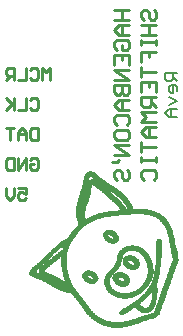
<source format=gbo>
%FSLAX25Y25*%
%MOIN*%
G70*
G01*
G75*
G04 Layer_Color=32896*
%ADD10R,0.05315X0.04528*%
%ADD11R,0.03150X0.05906*%
%ADD12R,0.03937X0.03937*%
%ADD13R,0.03543X0.03937*%
%ADD14R,0.03150X0.01181*%
%ADD15R,0.07000X0.08500*%
%ADD16R,0.03937X0.03543*%
%ADD17R,0.03740X0.07480*%
%ADD18R,0.26772X0.27165*%
%ADD19R,0.03937X0.03937*%
%ADD20R,0.09449X0.12992*%
%ADD21R,0.09449X0.03937*%
%ADD22O,0.08268X0.02362*%
%ADD23R,0.06693X0.04134*%
%ADD24R,0.02165X0.04134*%
%ADD25R,0.01575X0.04921*%
%ADD26R,0.04528X0.05315*%
%ADD27C,0.01000*%
%ADD28C,0.01200*%
%ADD29C,0.01500*%
%ADD30C,0.03000*%
%ADD31C,0.02500*%
%ADD32C,0.02000*%
%ADD33C,0.07000*%
%ADD34C,0.21000*%
%ADD35C,0.11811*%
%ADD36C,0.15748*%
%ADD37C,0.03000*%
%ADD38C,0.06000*%
%ADD39R,0.06115X0.05328*%
%ADD40R,0.03950X0.06706*%
%ADD41R,0.04537X0.04537*%
%ADD42R,0.04343X0.04737*%
%ADD43R,0.03950X0.01981*%
%ADD44R,0.07800X0.09300*%
%ADD45R,0.04737X0.04343*%
%ADD46R,0.04540X0.08280*%
%ADD47R,0.27572X0.27965*%
%ADD48R,0.04537X0.04537*%
%ADD49R,0.10249X0.13792*%
%ADD50R,0.10249X0.04737*%
%ADD51O,0.09068X0.03162*%
%ADD52R,0.07493X0.04934*%
%ADD53R,0.02965X0.04934*%
%ADD54R,0.02375X0.05721*%
%ADD55R,0.05328X0.06115*%
%ADD56C,0.07600*%
%ADD57C,0.21800*%
%ADD58C,0.12611*%
%ADD59C,0.16548*%
%ADD60C,0.00800*%
G36*
X28709Y52556D02*
X28980D01*
Y52421D01*
X29251D01*
Y52285D01*
X29522D01*
Y52150D01*
X29657D01*
Y52015D01*
X29928D01*
Y51879D01*
X30064D01*
Y51744D01*
X30199D01*
Y51608D01*
X30335D01*
Y51473D01*
X30470D01*
Y51337D01*
X30606D01*
Y51202D01*
X30741D01*
Y51066D01*
X30877D01*
Y50931D01*
X31148D01*
Y50795D01*
X31283D01*
Y50660D01*
X31418D01*
Y50524D01*
X31554D01*
Y50389D01*
X31689D01*
Y50254D01*
X31960D01*
Y50118D01*
X32096D01*
Y49983D01*
X32367D01*
Y49847D01*
X32502D01*
Y49712D01*
X32773D01*
Y49576D01*
X32908D01*
Y49441D01*
X33179D01*
Y49305D01*
X33315D01*
Y49170D01*
X33586D01*
Y49035D01*
X33721D01*
Y48899D01*
X33992D01*
Y48763D01*
X34128D01*
Y48628D01*
X34398D01*
Y48493D01*
X34670D01*
Y48357D01*
X34805D01*
Y48222D01*
X35076D01*
Y48086D01*
X35211D01*
Y47951D01*
X35482D01*
Y47815D01*
X35618D01*
Y47680D01*
X35889D01*
Y47544D01*
X36024D01*
Y47409D01*
X36160D01*
Y47273D01*
X36430D01*
Y47138D01*
X36566D01*
Y47003D01*
X36837D01*
Y46867D01*
X36972D01*
Y46732D01*
X37108D01*
Y46596D01*
X37379D01*
Y46461D01*
X37514D01*
Y46325D01*
X37650D01*
Y46190D01*
X37920D01*
Y46054D01*
X38056D01*
Y45919D01*
X38191D01*
Y45783D01*
X38327D01*
Y45648D01*
X38598D01*
Y45513D01*
X38733D01*
Y45377D01*
X38869D01*
Y45242D01*
X39004D01*
Y45106D01*
X39140D01*
Y44971D01*
X39275D01*
Y44835D01*
X39411D01*
Y44700D01*
X39546D01*
Y44564D01*
X39682D01*
Y44429D01*
X39817D01*
Y44293D01*
X39952D01*
Y44158D01*
X40088D01*
Y44022D01*
X40223D01*
Y43887D01*
X40359D01*
Y43616D01*
X40494D01*
Y43481D01*
X40630D01*
Y43345D01*
X40765D01*
Y43210D01*
X40901D01*
Y42939D01*
X41036D01*
Y42803D01*
X41172D01*
Y42532D01*
X41307D01*
Y42397D01*
X41442D01*
Y42126D01*
X41578D01*
Y41991D01*
X41713D01*
Y41720D01*
X41849D01*
Y41449D01*
X41984D01*
Y41178D01*
X42120D01*
Y40907D01*
X42255D01*
Y40636D01*
X42391D01*
Y40230D01*
X42526D01*
Y40094D01*
X46319D01*
Y39959D01*
X47267D01*
Y39823D01*
X47945D01*
Y39688D01*
X48486D01*
Y39552D01*
X49028D01*
Y39417D01*
X49435D01*
Y39281D01*
X49705D01*
Y39146D01*
X50112D01*
Y39010D01*
X50383D01*
Y38875D01*
X50654D01*
Y38739D01*
X50925D01*
Y38604D01*
X51196D01*
Y38469D01*
X51467D01*
Y38333D01*
X51602D01*
Y38198D01*
X51873D01*
Y38062D01*
X52008D01*
Y37927D01*
X52144D01*
Y37791D01*
X52415D01*
Y37656D01*
X52550D01*
Y37520D01*
X52686D01*
Y37385D01*
X52821D01*
Y37249D01*
X52957D01*
Y37114D01*
X53092D01*
Y36979D01*
X53228D01*
Y36708D01*
X53363D01*
Y36572D01*
X53498D01*
Y36437D01*
X53634D01*
Y36301D01*
X53769D01*
Y36030D01*
X53905D01*
Y35895D01*
X54040D01*
Y35624D01*
X54176D01*
Y35489D01*
X54311D01*
Y35217D01*
X54447D01*
Y34947D01*
X54582D01*
Y34676D01*
X54718D01*
Y34405D01*
X54853D01*
Y34134D01*
X54988D01*
Y33863D01*
X55124D01*
Y33592D01*
X55259D01*
Y33186D01*
X55395D01*
Y32915D01*
X55530D01*
Y32508D01*
X55666D01*
Y32102D01*
X55801D01*
Y31560D01*
X55937D01*
Y31018D01*
X56072D01*
Y30341D01*
X56208D01*
Y29664D01*
X56343D01*
Y28851D01*
X56479D01*
Y28038D01*
X56614D01*
Y27361D01*
X56749D01*
Y26954D01*
X56885D01*
Y26819D01*
X57020D01*
Y26142D01*
X57156D01*
Y25871D01*
X57291D01*
Y24787D01*
X57427D01*
Y23297D01*
X57562D01*
Y22891D01*
X57427D01*
Y22484D01*
X57291D01*
Y22213D01*
X57156D01*
Y21807D01*
X57020D01*
Y21401D01*
X56885D01*
Y20994D01*
X56749D01*
Y20588D01*
X56614D01*
Y20181D01*
X56479D01*
Y19775D01*
X56343D01*
Y19504D01*
X56208D01*
Y19098D01*
X56072D01*
Y18691D01*
X55937D01*
Y18285D01*
X55801D01*
Y17879D01*
X55666D01*
Y17472D01*
X55530D01*
Y17201D01*
X55395D01*
Y16795D01*
X55259D01*
Y16389D01*
X55124D01*
Y15982D01*
X54988D01*
Y15576D01*
X54853D01*
Y15169D01*
X54718D01*
Y14898D01*
X54582D01*
Y14492D01*
X54447D01*
Y14086D01*
X54311D01*
Y13679D01*
X54176D01*
Y13273D01*
X54040D01*
Y13002D01*
X53905D01*
Y12596D01*
X53769D01*
Y12189D01*
X53634D01*
Y11783D01*
X53498D01*
Y11377D01*
X53363D01*
Y10970D01*
X53228D01*
Y10564D01*
X53092D01*
Y10293D01*
X52957D01*
Y9887D01*
X52821D01*
Y9480D01*
X52686D01*
Y9074D01*
X52550D01*
Y8667D01*
X52415D01*
Y8396D01*
X52279D01*
Y7990D01*
X52144D01*
Y7584D01*
X52008D01*
Y7177D01*
X51873D01*
Y6771D01*
X51737D01*
Y6364D01*
X51602D01*
Y6094D01*
X51467D01*
Y5687D01*
X51331D01*
Y5281D01*
X51196D01*
Y4874D01*
X50925D01*
Y4603D01*
X50654D01*
Y4468D01*
X50518D01*
Y4333D01*
X50383D01*
Y4197D01*
X50247D01*
Y4062D01*
X50112D01*
Y3926D01*
X49976D01*
Y3791D01*
X49570D01*
Y3655D01*
X49299D01*
Y3520D01*
X48893D01*
Y3384D01*
X48622D01*
Y3249D01*
X48486D01*
Y3384D01*
X48215D01*
Y3249D01*
X47674D01*
Y3114D01*
X47267D01*
Y2978D01*
X46861D01*
Y2843D01*
X46455D01*
Y2707D01*
X46048D01*
Y2572D01*
X45642D01*
Y2436D01*
X45235D01*
Y2301D01*
X44829D01*
Y2165D01*
X44558D01*
Y2030D01*
X44152D01*
Y1894D01*
X43745D01*
Y1759D01*
X43339D01*
Y1623D01*
X42933D01*
Y1488D01*
X42526D01*
Y1352D01*
X42120D01*
Y1217D01*
X41578D01*
Y1082D01*
X41036D01*
Y946D01*
X40494D01*
Y811D01*
X39952D01*
Y675D01*
X39140D01*
Y540D01*
X37514D01*
Y404D01*
X36430D01*
Y540D01*
X34940D01*
Y675D01*
X34128D01*
Y811D01*
X33586D01*
Y946D01*
X33179D01*
Y1082D01*
X32773D01*
Y1217D01*
X32367D01*
Y1352D01*
X32096D01*
Y1488D01*
X31689D01*
Y1623D01*
X31418D01*
Y1759D01*
X31148D01*
Y1894D01*
X30877D01*
Y2030D01*
X30606D01*
Y2165D01*
X30470D01*
Y2301D01*
X30199D01*
Y2436D01*
X29928D01*
Y2572D01*
X29793D01*
Y2707D01*
X29522D01*
Y2843D01*
X29386D01*
Y2978D01*
X29251D01*
Y3114D01*
X28980D01*
Y3249D01*
X28845D01*
Y3384D01*
X28709D01*
Y3520D01*
X28438D01*
Y3655D01*
X28303D01*
Y3791D01*
X28167D01*
Y3926D01*
X28032D01*
Y4062D01*
X27896D01*
Y4197D01*
X27761D01*
Y4333D01*
X27626D01*
Y4468D01*
X27490D01*
Y4603D01*
X27355D01*
Y4739D01*
X27219D01*
Y4874D01*
X27084D01*
Y5010D01*
X26948D01*
Y5145D01*
X26813D01*
Y5416D01*
X26677D01*
Y5552D01*
X26542D01*
Y5687D01*
X26406D01*
Y5958D01*
X26271D01*
Y6094D01*
X26136D01*
Y6229D01*
X26000D01*
Y6500D01*
X25864D01*
Y6635D01*
X25729D01*
Y6906D01*
X25594D01*
Y7042D01*
X25458D01*
Y7313D01*
X25323D01*
Y7448D01*
X25187D01*
Y7719D01*
X25052D01*
Y7855D01*
X24916D01*
Y7990D01*
X24781D01*
Y8261D01*
X24645D01*
Y8396D01*
X24510D01*
Y8532D01*
X24374D01*
Y8803D01*
X24239D01*
Y8938D01*
X24104D01*
Y9074D01*
X23968D01*
Y9209D01*
X23833D01*
Y9480D01*
X23697D01*
Y9616D01*
X23562D01*
Y9751D01*
X23426D01*
Y9887D01*
X23291D01*
Y10022D01*
X23155D01*
Y10293D01*
X23020D01*
Y10428D01*
X22884D01*
Y10564D01*
X22749D01*
Y10699D01*
X22614D01*
Y10970D01*
X22478D01*
Y11106D01*
X22343D01*
Y11241D01*
X22207D01*
Y11377D01*
X22072D01*
Y11648D01*
X21936D01*
Y11783D01*
X21801D01*
Y11918D01*
X21665D01*
Y12054D01*
X20717D01*
Y12189D01*
X20040D01*
Y12325D01*
X19498D01*
Y12460D01*
X19092D01*
Y12596D01*
X18685D01*
Y12731D01*
X18414D01*
Y12867D01*
X18008D01*
Y13002D01*
X17737D01*
Y13137D01*
X17466D01*
Y13273D01*
X17195D01*
Y13408D01*
X16924D01*
Y13544D01*
X16653D01*
Y13679D01*
X16382D01*
Y13815D01*
X16111D01*
Y13950D01*
X15841D01*
Y14086D01*
X15570D01*
Y14221D01*
X15434D01*
Y14357D01*
X15163D01*
Y14492D01*
X14892D01*
Y14628D01*
X14621D01*
Y14763D01*
X14486D01*
Y14898D01*
X14215D01*
Y15034D01*
X13944D01*
Y15169D01*
X13673D01*
Y15305D01*
X13402D01*
Y15440D01*
X13267D01*
Y15576D01*
X12996D01*
Y15711D01*
X12725D01*
Y15847D01*
X12454D01*
Y15982D01*
X12183D01*
Y16118D01*
X11912D01*
Y16253D01*
X11506D01*
Y16389D01*
X11235D01*
Y16524D01*
X10829D01*
Y16659D01*
X10422D01*
Y16795D01*
X10016D01*
Y16930D01*
X9745D01*
Y17066D01*
X9474D01*
Y17201D01*
X9203D01*
Y17337D01*
X8932D01*
Y17472D01*
X8797D01*
Y17608D01*
X8526D01*
Y17743D01*
X8255D01*
Y17879D01*
X8119D01*
Y18014D01*
X7848D01*
Y18150D01*
X7713D01*
Y18420D01*
X7577D01*
Y19098D01*
X7713D01*
Y19233D01*
X7848D01*
Y19369D01*
X7984D01*
Y19640D01*
X8119D01*
Y19775D01*
X8255D01*
Y19911D01*
X8390D01*
Y20046D01*
X8526D01*
Y20181D01*
X8661D01*
Y20452D01*
X8797D01*
Y20588D01*
X8932D01*
Y20723D01*
X9203D01*
Y20859D01*
X9338D01*
Y20994D01*
X9474D01*
Y21130D01*
X9609D01*
Y21265D01*
X9745D01*
Y21401D01*
X9880D01*
Y21536D01*
X10151D01*
Y21671D01*
X10287D01*
Y21807D01*
X10422D01*
Y21942D01*
X10693D01*
Y22078D01*
X10829D01*
Y22213D01*
X11099D01*
Y22349D01*
X11235D01*
Y22620D01*
X11370D01*
Y22755D01*
X11506D01*
Y22891D01*
X11777D01*
Y23026D01*
X11912D01*
Y23162D01*
X12048D01*
Y23297D01*
X12183D01*
Y23433D01*
X12319D01*
Y23568D01*
X12454D01*
Y23839D01*
X12589D01*
Y23974D01*
X12725D01*
Y24110D01*
X12860D01*
Y24245D01*
X12996D01*
Y24381D01*
X13131D01*
Y24516D01*
X13267D01*
Y24652D01*
X13402D01*
Y24787D01*
X13538D01*
Y24923D01*
X13673D01*
Y25058D01*
X13809D01*
Y25194D01*
X14080D01*
Y25329D01*
X14215D01*
Y25464D01*
X14350D01*
Y25600D01*
X14486D01*
Y25735D01*
X14757D01*
Y25871D01*
X14892D01*
Y26142D01*
X15028D01*
Y26277D01*
X15163D01*
Y26413D01*
X15299D01*
Y26548D01*
X15434D01*
Y26684D01*
X15570D01*
Y26819D01*
X15705D01*
Y26954D01*
X15841D01*
Y27090D01*
X16111D01*
Y27225D01*
X16247D01*
Y27361D01*
X16382D01*
Y27496D01*
X16518D01*
Y27632D01*
X16653D01*
Y27767D01*
X16789D01*
Y27903D01*
X16924D01*
Y28038D01*
X17195D01*
Y28174D01*
X17331D01*
Y28444D01*
X17602D01*
Y28580D01*
X17737D01*
Y28715D01*
X17872D01*
Y28851D01*
X18143D01*
Y28986D01*
X18279D01*
Y29122D01*
X18414D01*
Y29257D01*
X18685D01*
Y29393D01*
X18821D01*
Y29528D01*
X19092D01*
Y29664D01*
X19363D01*
Y29799D01*
X19633D01*
Y29935D01*
X19904D01*
Y30070D01*
X20175D01*
Y30206D01*
X20446D01*
Y30341D01*
X20582D01*
Y30612D01*
X20717D01*
Y30747D01*
X20853D01*
Y30883D01*
X20988D01*
Y31154D01*
X21123D01*
Y31289D01*
X21259D01*
Y31560D01*
X21394D01*
Y31696D01*
X21530D01*
Y31831D01*
X21665D01*
Y32102D01*
X21801D01*
Y32237D01*
X21936D01*
Y32373D01*
X22072D01*
Y32644D01*
X22207D01*
Y32779D01*
X22343D01*
Y32915D01*
X22478D01*
Y33050D01*
X22614D01*
Y33186D01*
X22749D01*
Y33321D01*
X22884D01*
Y33592D01*
X23020D01*
Y33727D01*
X23155D01*
Y33863D01*
X23426D01*
Y33998D01*
X23562D01*
Y34134D01*
X23697D01*
Y34269D01*
X23833D01*
Y34540D01*
X23968D01*
Y34676D01*
X24104D01*
Y35217D01*
X23968D01*
Y35489D01*
X23833D01*
Y36030D01*
X23697D01*
Y36437D01*
X23562D01*
Y37114D01*
X23426D01*
Y38333D01*
X23291D01*
Y40365D01*
X23426D01*
Y41178D01*
X23562D01*
Y41855D01*
X23697D01*
Y42397D01*
X23833D01*
Y42939D01*
X23968D01*
Y43345D01*
X24104D01*
Y43751D01*
X24239D01*
Y44293D01*
X24374D01*
Y44700D01*
X24510D01*
Y45106D01*
X24645D01*
Y45513D01*
X24781D01*
Y45919D01*
X24916D01*
Y46325D01*
X25052D01*
Y46732D01*
X25187D01*
Y47138D01*
X25323D01*
Y47544D01*
X25458D01*
Y48086D01*
X25594D01*
Y48628D01*
X25729D01*
Y49576D01*
X25864D01*
Y50389D01*
X26000D01*
Y50931D01*
X26136D01*
Y51202D01*
X26271D01*
Y51473D01*
X26406D01*
Y51744D01*
X26542D01*
Y51879D01*
X26677D01*
Y52015D01*
X26813D01*
Y52150D01*
X26948D01*
Y52285D01*
X27084D01*
Y52421D01*
X27219D01*
Y52556D01*
X27490D01*
Y52692D01*
X28709D01*
Y52556D01*
D02*
G37*
%LPC*%
G36*
X11235Y20181D02*
X10964D01*
Y20046D01*
X10829D01*
Y19911D01*
X10693D01*
Y19775D01*
X10422D01*
Y19640D01*
X10287D01*
Y19504D01*
X10151D01*
Y19233D01*
X10016D01*
Y19098D01*
X10151D01*
Y18962D01*
X10287D01*
Y18827D01*
X10422D01*
Y18691D01*
X10964D01*
Y19640D01*
X11099D01*
Y19911D01*
X11235D01*
Y20181D01*
D02*
G37*
G36*
X12725Y21671D02*
X12454D01*
Y21536D01*
X12319D01*
Y21401D01*
X12183D01*
Y21265D01*
X12589D01*
Y21536D01*
X12725D01*
Y21671D01*
D02*
G37*
G36*
X45913Y38333D02*
X41713D01*
Y38198D01*
X40223D01*
Y38062D01*
X39004D01*
Y37927D01*
X37650D01*
Y37791D01*
X36295D01*
Y37656D01*
X35076D01*
Y37520D01*
X34128D01*
Y37385D01*
X33315D01*
Y37249D01*
X32638D01*
Y37114D01*
X31960D01*
Y36979D01*
X31554D01*
Y36843D01*
X31012D01*
Y36708D01*
X30606D01*
Y36572D01*
X30199D01*
Y36437D01*
X29928D01*
Y36301D01*
X29522D01*
Y36166D01*
X29251D01*
Y36030D01*
X28845D01*
Y35895D01*
X28574D01*
Y35759D01*
X28438D01*
Y35624D01*
X28167D01*
Y35489D01*
X27896D01*
Y35353D01*
X27626D01*
Y35217D01*
X27490D01*
Y35082D01*
X27219D01*
Y34947D01*
X27084D01*
Y34811D01*
X26813D01*
Y34676D01*
X26677D01*
Y34540D01*
X26406D01*
Y34405D01*
X26271D01*
Y34269D01*
X26136D01*
Y34134D01*
X26000D01*
Y33998D01*
X25729D01*
Y33863D01*
X25458D01*
Y33727D01*
X25323D01*
Y33592D01*
X25187D01*
Y33457D01*
X25052D01*
Y33186D01*
X24916D01*
Y33050D01*
X24781D01*
Y32915D01*
X24645D01*
Y32779D01*
X24374D01*
Y32508D01*
X24239D01*
Y32237D01*
X24104D01*
Y32102D01*
X23968D01*
Y31967D01*
X23833D01*
Y31696D01*
X23562D01*
Y31425D01*
X23426D01*
Y31289D01*
X23291D01*
Y31018D01*
X23155D01*
Y30883D01*
X23020D01*
Y30747D01*
X22884D01*
Y30476D01*
X22749D01*
Y30341D01*
X22614D01*
Y30070D01*
X22478D01*
Y29935D01*
X22343D01*
Y29664D01*
X22207D01*
Y29528D01*
X22072D01*
Y29257D01*
X21936D01*
Y29122D01*
X21801D01*
Y28851D01*
X21665D01*
Y28715D01*
X21530D01*
Y28444D01*
X21394D01*
Y28174D01*
X21259D01*
Y27767D01*
X21123D01*
Y27496D01*
X20988D01*
Y27090D01*
X20853D01*
Y26684D01*
X20717D01*
Y26277D01*
X20582D01*
Y25735D01*
X20446D01*
Y24923D01*
X20311D01*
Y24110D01*
X20175D01*
Y21536D01*
X20311D01*
Y20452D01*
X20446D01*
Y19775D01*
X20582D01*
Y19098D01*
X20717D01*
Y18556D01*
X20853D01*
Y18014D01*
X20988D01*
Y17472D01*
X21123D01*
Y17066D01*
X21259D01*
Y16659D01*
X21394D01*
Y16253D01*
X21530D01*
Y15982D01*
X21665D01*
Y15576D01*
X21801D01*
Y15305D01*
X21936D01*
Y15034D01*
X22072D01*
Y14763D01*
X22207D01*
Y14492D01*
X22343D01*
Y14357D01*
X22478D01*
Y14086D01*
X22614D01*
Y13950D01*
X22749D01*
Y13679D01*
X22884D01*
Y13544D01*
X23020D01*
Y13273D01*
X23155D01*
Y13137D01*
X23291D01*
Y12867D01*
X23426D01*
Y12731D01*
X23562D01*
Y12596D01*
X23697D01*
Y12460D01*
X23833D01*
Y12189D01*
X23968D01*
Y12054D01*
X24104D01*
Y11918D01*
X24239D01*
Y11783D01*
X24374D01*
Y11512D01*
X24510D01*
Y11377D01*
X24645D01*
Y11241D01*
X24781D01*
Y11106D01*
X24916D01*
Y10970D01*
X25052D01*
Y10699D01*
X25187D01*
Y10564D01*
X25323D01*
Y10428D01*
X25458D01*
Y10293D01*
X25594D01*
Y10022D01*
X25729D01*
Y9887D01*
X25864D01*
Y9751D01*
X26000D01*
Y9480D01*
X26136D01*
Y9345D01*
X26271D01*
Y9209D01*
X26406D01*
Y8938D01*
X26542D01*
Y8803D01*
X26677D01*
Y8667D01*
X26813D01*
Y8396D01*
X26948D01*
Y8261D01*
X27084D01*
Y7990D01*
X27219D01*
Y7855D01*
X27355D01*
Y7584D01*
X27490D01*
Y7448D01*
X27626D01*
Y7177D01*
X27761D01*
Y7042D01*
X27896D01*
Y6906D01*
X28032D01*
Y6635D01*
X28167D01*
Y6500D01*
X28303D01*
Y6364D01*
X28438D01*
Y6229D01*
X28574D01*
Y6094D01*
X28709D01*
Y5958D01*
X28845D01*
Y5823D01*
X28980D01*
Y5687D01*
X29116D01*
Y5552D01*
X29251D01*
Y5416D01*
X29386D01*
Y5281D01*
X29522D01*
Y5145D01*
X29657D01*
Y5010D01*
X29793D01*
Y4874D01*
X29928D01*
Y4739D01*
X30199D01*
Y4603D01*
X30335D01*
Y4468D01*
X30470D01*
Y4333D01*
X30741D01*
Y4197D01*
X30877D01*
Y4062D01*
X31148D01*
Y3926D01*
X31283D01*
Y3791D01*
X31554D01*
Y3655D01*
X31825D01*
Y3520D01*
X32096D01*
Y3384D01*
X32367D01*
Y3249D01*
X32638D01*
Y3114D01*
X33044D01*
Y2978D01*
X33450D01*
Y2843D01*
X33857D01*
Y2707D01*
X34263D01*
Y2572D01*
X34940D01*
Y2436D01*
X35753D01*
Y2301D01*
X38598D01*
Y2436D01*
X39411D01*
Y2572D01*
X40088D01*
Y2707D01*
X40630D01*
Y2843D01*
X41036D01*
Y2978D01*
X41578D01*
Y3114D01*
X41984D01*
Y3249D01*
X42391D01*
Y3384D01*
X42797D01*
Y3520D01*
X43203D01*
Y3655D01*
X43610D01*
Y3791D01*
X44016D01*
Y3926D01*
X44423D01*
Y4062D01*
X44829D01*
Y4197D01*
X45100D01*
Y4333D01*
X45506D01*
Y4468D01*
X45913D01*
Y4603D01*
X46319D01*
Y4739D01*
X46725D01*
Y4874D01*
X47267D01*
Y5010D01*
X47674D01*
Y5145D01*
X48215D01*
Y5281D01*
X48622D01*
Y5416D01*
X48893D01*
Y5552D01*
X49299D01*
Y5687D01*
X49435D01*
Y6094D01*
X49570D01*
Y6500D01*
X49705D01*
Y6906D01*
X49841D01*
Y7313D01*
X49976D01*
Y7584D01*
X50112D01*
Y7990D01*
X50247D01*
Y8396D01*
X50383D01*
Y8803D01*
X50518D01*
Y9209D01*
X50654D01*
Y9616D01*
X50789D01*
Y9887D01*
X50925D01*
Y10293D01*
X51060D01*
Y10699D01*
X51196D01*
Y11106D01*
X51331D01*
Y11512D01*
X51467D01*
Y11783D01*
X51602D01*
Y12189D01*
X51737D01*
Y12596D01*
X51873D01*
Y13002D01*
X52008D01*
Y13408D01*
X52144D01*
Y13815D01*
X52279D01*
Y14086D01*
X52415D01*
Y14492D01*
X52550D01*
Y14898D01*
X52686D01*
Y15305D01*
X52821D01*
Y15711D01*
X52957D01*
Y16118D01*
X53092D01*
Y16389D01*
X53228D01*
Y16795D01*
X53363D01*
Y17201D01*
X53498D01*
Y17608D01*
X53634D01*
Y18014D01*
X53769D01*
Y18285D01*
X53905D01*
Y18691D01*
X54040D01*
Y19098D01*
X54176D01*
Y19504D01*
X54311D01*
Y19911D01*
X54447D01*
Y20317D01*
X54582D01*
Y20588D01*
X54718D01*
Y20994D01*
X54853D01*
Y21401D01*
X54988D01*
Y21807D01*
X55124D01*
Y22213D01*
X55259D01*
Y22484D01*
X55395D01*
Y22891D01*
X55530D01*
Y23703D01*
X55395D01*
Y24516D01*
X55259D01*
Y25194D01*
X55124D01*
Y25871D01*
X54988D01*
Y26548D01*
X54853D01*
Y27225D01*
X54718D01*
Y28038D01*
X54582D01*
Y28715D01*
X54447D01*
Y29664D01*
X54311D01*
Y30341D01*
X54176D01*
Y30883D01*
X54040D01*
Y31425D01*
X53905D01*
Y31831D01*
X53769D01*
Y32237D01*
X53634D01*
Y32644D01*
X53498D01*
Y32915D01*
X53363D01*
Y33321D01*
X53228D01*
Y33592D01*
X53092D01*
Y33863D01*
X52957D01*
Y34134D01*
X52821D01*
Y34269D01*
X52686D01*
Y34540D01*
X52550D01*
Y34676D01*
X52415D01*
Y34947D01*
X52279D01*
Y35082D01*
X52144D01*
Y35353D01*
X52008D01*
Y35489D01*
X51873D01*
Y35624D01*
X51737D01*
Y35759D01*
X51602D01*
Y35895D01*
X51467D01*
Y36030D01*
X51331D01*
Y36166D01*
X51196D01*
Y36301D01*
X51060D01*
Y36437D01*
X50925D01*
Y36572D01*
X50654D01*
Y36708D01*
X50518D01*
Y36843D01*
X50383D01*
Y36979D01*
X50112D01*
Y37114D01*
X49841D01*
Y37249D01*
X49570D01*
Y37385D01*
X49164D01*
Y37520D01*
X48893D01*
Y37656D01*
X48486D01*
Y37791D01*
X48080D01*
Y37927D01*
X47538D01*
Y38062D01*
X46861D01*
Y38198D01*
X45913D01*
Y38333D01*
D02*
G37*
G36*
X18414Y23974D02*
X18143D01*
Y23839D01*
X18008D01*
Y23703D01*
X17872D01*
Y23568D01*
X17602D01*
Y23433D01*
X17466D01*
Y23297D01*
X17331D01*
Y23162D01*
X17195D01*
Y23026D01*
X16924D01*
Y22891D01*
X16789D01*
Y22755D01*
X16518D01*
Y22484D01*
X16247D01*
Y22349D01*
X16111D01*
Y22213D01*
X15976D01*
Y22078D01*
X15705D01*
Y21942D01*
X15570D01*
Y21807D01*
X15434D01*
Y21671D01*
X15299D01*
Y21536D01*
X15163D01*
Y21401D01*
X14892D01*
Y21265D01*
X14757D01*
Y20994D01*
X14486D01*
Y20859D01*
X14350D01*
Y20723D01*
X14215D01*
Y20588D01*
X14080D01*
Y20452D01*
X13809D01*
Y20317D01*
X13538D01*
Y20046D01*
X13402D01*
Y19911D01*
X13267D01*
Y19775D01*
X13131D01*
Y19640D01*
X12996D01*
Y19369D01*
X12860D01*
Y19098D01*
X13131D01*
Y18962D01*
X13538D01*
Y18827D01*
X13944D01*
Y18691D01*
X14350D01*
Y18556D01*
X14757D01*
Y18420D01*
X15163D01*
Y18285D01*
X15434D01*
Y18150D01*
X15705D01*
Y18014D01*
X15976D01*
Y17879D01*
X16247D01*
Y17743D01*
X16518D01*
Y17608D01*
X16789D01*
Y17472D01*
X17060D01*
Y17337D01*
X17195D01*
Y17201D01*
X17466D01*
Y17066D01*
X17737D01*
Y16930D01*
X18008D01*
Y16795D01*
X18143D01*
Y16659D01*
X18414D01*
Y16524D01*
X18685D01*
Y16389D01*
X18821D01*
Y16253D01*
X19092D01*
Y16118D01*
X19363D01*
Y15982D01*
X19498D01*
Y16389D01*
X19363D01*
Y16795D01*
X19227D01*
Y17337D01*
X19092D01*
Y17879D01*
X18956D01*
Y18420D01*
X18821D01*
Y19098D01*
X18685D01*
Y19775D01*
X18550D01*
Y20588D01*
X18414D01*
Y21942D01*
X18279D01*
Y22484D01*
X18414D01*
Y23974D01*
D02*
G37*
G36*
X18956Y27225D02*
X18685D01*
Y27090D01*
X18414D01*
Y26954D01*
X18143D01*
Y26819D01*
X18008D01*
Y26684D01*
X17737D01*
Y26413D01*
X17602D01*
Y26277D01*
X17466D01*
Y26142D01*
X17195D01*
Y26006D01*
X16924D01*
Y25871D01*
X16789D01*
Y25735D01*
X16653D01*
Y25600D01*
X16518D01*
Y25464D01*
X16247D01*
Y25329D01*
X16111D01*
Y25194D01*
X15976D01*
Y25058D01*
X15841D01*
Y24923D01*
X15705D01*
Y24652D01*
X15570D01*
Y24381D01*
X15434D01*
Y24245D01*
X15299D01*
Y24110D01*
X15163D01*
Y23974D01*
X15028D01*
Y23839D01*
X14892D01*
Y23703D01*
X14757D01*
Y23568D01*
X14486D01*
Y23433D01*
X14350D01*
Y23297D01*
X14215D01*
Y23026D01*
X14486D01*
Y23162D01*
X14621D01*
Y23297D01*
X14757D01*
Y23433D01*
X14892D01*
Y23568D01*
X15163D01*
Y23703D01*
X15299D01*
Y23839D01*
X15434D01*
Y23974D01*
X15570D01*
Y24110D01*
X15705D01*
Y24245D01*
X15976D01*
Y24381D01*
X16111D01*
Y24516D01*
X16247D01*
Y24652D01*
X16518D01*
Y24787D01*
X16653D01*
Y24923D01*
X16789D01*
Y25058D01*
X17060D01*
Y25194D01*
X17195D01*
Y25329D01*
X17331D01*
Y25464D01*
X17466D01*
Y25600D01*
X17737D01*
Y25735D01*
X17872D01*
Y25871D01*
X18008D01*
Y26006D01*
X18279D01*
Y26142D01*
X18414D01*
Y26277D01*
X18550D01*
Y26413D01*
X18821D01*
Y26684D01*
X18956D01*
Y27225D01*
D02*
G37*
G36*
X28845Y48086D02*
X28709D01*
Y47951D01*
X28574D01*
Y47003D01*
X28438D01*
Y45783D01*
X28303D01*
Y45242D01*
X28167D01*
Y44700D01*
X28032D01*
Y44158D01*
X27896D01*
Y43751D01*
X27761D01*
Y43345D01*
X27626D01*
Y42939D01*
X27490D01*
Y42532D01*
X27355D01*
Y42126D01*
X27219D01*
Y41855D01*
X27084D01*
Y41449D01*
X26948D01*
Y41042D01*
X26813D01*
Y40501D01*
X26677D01*
Y40094D01*
X26542D01*
Y39417D01*
X26406D01*
Y38469D01*
X26271D01*
Y37656D01*
X26406D01*
Y36979D01*
X26542D01*
Y36708D01*
X26813D01*
Y36843D01*
X26948D01*
Y36979D01*
X27219D01*
Y37114D01*
X27490D01*
Y37249D01*
X27761D01*
Y37385D01*
X28032D01*
Y37520D01*
X28303D01*
Y37656D01*
X28574D01*
Y37791D01*
X28845D01*
Y37927D01*
X29251D01*
Y38062D01*
X29522D01*
Y38198D01*
X29928D01*
Y38333D01*
X30335D01*
Y38469D01*
X30741D01*
Y38604D01*
X31283D01*
Y38739D01*
X31825D01*
Y38875D01*
X32367D01*
Y39010D01*
X33044D01*
Y39146D01*
X33857D01*
Y39281D01*
X34805D01*
Y39417D01*
X36024D01*
Y39552D01*
X37379D01*
Y39688D01*
X38056D01*
Y39959D01*
X37920D01*
Y40094D01*
X37785D01*
Y40230D01*
X37650D01*
Y40501D01*
X37514D01*
Y40636D01*
X37379D01*
Y40771D01*
X37243D01*
Y40907D01*
X37108D01*
Y41042D01*
X36972D01*
Y41178D01*
X36837D01*
Y41313D01*
X36701D01*
Y41449D01*
X36566D01*
Y41584D01*
X36430D01*
Y41720D01*
X36295D01*
Y41855D01*
X36160D01*
Y41991D01*
X36024D01*
Y42126D01*
X35889D01*
Y42261D01*
X35753D01*
Y42397D01*
X35618D01*
Y42532D01*
X35482D01*
Y42668D01*
X35347D01*
Y42803D01*
X35211D01*
Y42939D01*
X35076D01*
Y43074D01*
X34940D01*
Y43210D01*
X34805D01*
Y43345D01*
X34670D01*
Y43481D01*
X34398D01*
Y43616D01*
X34263D01*
Y43751D01*
X34128D01*
Y43887D01*
X33992D01*
Y44022D01*
X33857D01*
Y44158D01*
X33721D01*
Y44293D01*
X33586D01*
Y44429D01*
X33450D01*
Y44564D01*
X33315D01*
Y44700D01*
X33044D01*
Y44835D01*
X32908D01*
Y44971D01*
X32773D01*
Y45106D01*
X32638D01*
Y45242D01*
X32502D01*
Y45377D01*
X32231D01*
Y45513D01*
X32096D01*
Y45648D01*
X31960D01*
Y45783D01*
X31825D01*
Y45919D01*
X31554D01*
Y46054D01*
X31418D01*
Y46190D01*
X31283D01*
Y46325D01*
X31148D01*
Y46461D01*
X30877D01*
Y46596D01*
X30741D01*
Y46732D01*
X30606D01*
Y46867D01*
X30470D01*
Y47003D01*
X30199D01*
Y47138D01*
X30064D01*
Y47273D01*
X29928D01*
Y47409D01*
X29657D01*
Y47544D01*
X29522D01*
Y47680D01*
X29251D01*
Y47815D01*
X29116D01*
Y47951D01*
X28845D01*
Y48086D01*
D02*
G37*
G36*
X35076Y45919D02*
X34940D01*
Y45513D01*
X35076D01*
Y45377D01*
X35347D01*
Y45242D01*
X35482D01*
Y45106D01*
X35618D01*
Y44971D01*
X35753D01*
Y44835D01*
X35889D01*
Y44700D01*
X36024D01*
Y44564D01*
X36160D01*
Y44429D01*
X36295D01*
Y44293D01*
X36430D01*
Y44158D01*
X36701D01*
Y44022D01*
X36837D01*
Y43887D01*
X36972D01*
Y43751D01*
X37108D01*
Y43616D01*
X37243D01*
Y43481D01*
X37379D01*
Y43345D01*
X37514D01*
Y43210D01*
X37650D01*
Y43074D01*
X37785D01*
Y42939D01*
X37920D01*
Y42803D01*
X38056D01*
Y42668D01*
X38191D01*
Y42532D01*
X38327D01*
Y42397D01*
X38462D01*
Y42261D01*
X38598D01*
Y42126D01*
X38733D01*
Y41855D01*
X38869D01*
Y41720D01*
X39004D01*
Y41584D01*
X39140D01*
Y41449D01*
X39275D01*
Y41313D01*
X39411D01*
Y41178D01*
X39546D01*
Y40907D01*
X39682D01*
Y40771D01*
X39817D01*
Y40636D01*
X39952D01*
Y40365D01*
X40088D01*
Y40230D01*
X40359D01*
Y40501D01*
X40223D01*
Y40636D01*
X40088D01*
Y40907D01*
X39952D01*
Y41178D01*
X39817D01*
Y41313D01*
X39682D01*
Y41584D01*
X39546D01*
Y41720D01*
X39411D01*
Y41991D01*
X39275D01*
Y42126D01*
X39140D01*
Y42397D01*
X39004D01*
Y42532D01*
X38869D01*
Y42668D01*
X38733D01*
Y42803D01*
X38598D01*
Y42939D01*
X38462D01*
Y43074D01*
X38327D01*
Y43210D01*
X38191D01*
Y43345D01*
X38056D01*
Y43481D01*
X37920D01*
Y43616D01*
X37785D01*
Y43751D01*
X37650D01*
Y43887D01*
X37514D01*
Y44022D01*
X37379D01*
Y44158D01*
X37108D01*
Y44293D01*
X36972D01*
Y44429D01*
X36837D01*
Y44564D01*
X36701D01*
Y44700D01*
X36566D01*
Y44835D01*
X36430D01*
Y44971D01*
X36160D01*
Y45106D01*
X36024D01*
Y45242D01*
X35889D01*
Y45377D01*
X35618D01*
Y45513D01*
X35482D01*
Y45648D01*
X35347D01*
Y45783D01*
X35076D01*
Y45919D01*
D02*
G37*
G36*
X28303Y50795D02*
X28032D01*
Y50660D01*
X27896D01*
Y50254D01*
X27761D01*
Y49712D01*
X28032D01*
Y49847D01*
X28438D01*
Y49983D01*
X28980D01*
Y50254D01*
X28845D01*
Y50389D01*
X28709D01*
Y50524D01*
X28574D01*
Y50660D01*
X28303D01*
Y50795D01*
D02*
G37*
%LPD*%
G36*
X28032Y19504D02*
X28574D01*
Y19369D01*
X28845D01*
Y19233D01*
X29116D01*
Y19098D01*
X29386D01*
Y18962D01*
X29657D01*
Y18827D01*
X29793D01*
Y18691D01*
X29928D01*
Y18556D01*
X30064D01*
Y18420D01*
X30199D01*
Y18285D01*
X30335D01*
Y18150D01*
X30470D01*
Y17879D01*
X30606D01*
Y17608D01*
X30741D01*
Y17201D01*
X30877D01*
Y16659D01*
X30741D01*
Y16253D01*
X30606D01*
Y15982D01*
X30470D01*
Y15847D01*
X30335D01*
Y15711D01*
X30199D01*
Y15576D01*
X30064D01*
Y15440D01*
X29793D01*
Y15305D01*
X29522D01*
Y15169D01*
X29251D01*
Y15034D01*
X28167D01*
Y15169D01*
X27626D01*
Y15305D01*
X27355D01*
Y15440D01*
X27084D01*
Y15576D01*
X26813D01*
Y15711D01*
X26677D01*
Y15847D01*
X26406D01*
Y15982D01*
X26271D01*
Y16118D01*
X26136D01*
Y16253D01*
X26000D01*
Y16389D01*
X25864D01*
Y16659D01*
X25729D01*
Y16930D01*
X25594D01*
Y17201D01*
X25458D01*
Y18285D01*
X25594D01*
Y18556D01*
X25729D01*
Y18827D01*
X25864D01*
Y18962D01*
X26000D01*
Y19098D01*
X26136D01*
Y19233D01*
X26406D01*
Y19369D01*
X26677D01*
Y19504D01*
X27084D01*
Y19640D01*
X28032D01*
Y19504D01*
D02*
G37*
G36*
X42797Y27903D02*
X43610D01*
Y27767D01*
X44016D01*
Y27632D01*
X44287D01*
Y27496D01*
X44558D01*
Y27361D01*
X44829D01*
Y27225D01*
X45100D01*
Y27090D01*
X45371D01*
Y26954D01*
X45506D01*
Y26819D01*
X45642D01*
Y26684D01*
X45913D01*
Y26548D01*
X46048D01*
Y26413D01*
X46184D01*
Y26277D01*
X46319D01*
Y26142D01*
X46590D01*
Y26006D01*
X46725D01*
Y25735D01*
X46861D01*
Y25600D01*
X46996D01*
Y25464D01*
X47132D01*
Y25329D01*
X47267D01*
Y25194D01*
X47403D01*
Y24923D01*
X47538D01*
Y24787D01*
X47674D01*
Y24516D01*
X47809D01*
Y24245D01*
X47945D01*
Y24110D01*
X48080D01*
Y23839D01*
X48215D01*
Y23568D01*
X48351D01*
Y23162D01*
X48486D01*
Y22891D01*
X48622D01*
Y22484D01*
X48757D01*
Y21942D01*
X48893D01*
Y21265D01*
X49028D01*
Y20046D01*
X49164D01*
Y18556D01*
X49028D01*
Y17743D01*
X48893D01*
Y17201D01*
X48757D01*
Y16795D01*
X48622D01*
Y16524D01*
X48486D01*
Y16118D01*
X48351D01*
Y15847D01*
X48215D01*
Y15576D01*
X48080D01*
Y15305D01*
X47945D01*
Y15169D01*
X47809D01*
Y14898D01*
X47674D01*
Y14628D01*
X47538D01*
Y14492D01*
X47403D01*
Y14221D01*
X47267D01*
Y14086D01*
X47132D01*
Y13950D01*
X46996D01*
Y13815D01*
X46861D01*
Y13679D01*
X46725D01*
Y13544D01*
X46590D01*
Y13408D01*
X46455D01*
Y13273D01*
X46319D01*
Y13137D01*
X46184D01*
Y13002D01*
X46048D01*
Y12867D01*
X45913D01*
Y12731D01*
X45777D01*
Y12596D01*
X45642D01*
Y12460D01*
X45506D01*
Y12325D01*
X45371D01*
Y12189D01*
X45100D01*
Y12054D01*
X44964D01*
Y11918D01*
X44829D01*
Y11783D01*
X44558D01*
Y11648D01*
X44423D01*
Y11512D01*
X44152D01*
Y11377D01*
X43881D01*
Y11241D01*
X43610D01*
Y11106D01*
X43339D01*
Y10970D01*
X43068D01*
Y10835D01*
X42797D01*
Y10699D01*
X42391D01*
Y10564D01*
X41984D01*
Y10428D01*
X41442D01*
Y10293D01*
X40494D01*
Y10157D01*
X38733D01*
Y10293D01*
X37920D01*
Y10428D01*
X37243D01*
Y10564D01*
X36837D01*
Y10699D01*
X36430D01*
Y10835D01*
X36160D01*
Y10970D01*
X35889D01*
Y11106D01*
X35618D01*
Y11241D01*
X35347D01*
Y11377D01*
X35211D01*
Y11512D01*
X34940D01*
Y11648D01*
X34805D01*
Y11783D01*
X34670D01*
Y11918D01*
X34534D01*
Y12054D01*
X34398D01*
Y12189D01*
X34128D01*
Y12460D01*
X33992D01*
Y12596D01*
X33857D01*
Y12731D01*
X33721D01*
Y12867D01*
X33586D01*
Y13137D01*
X33450D01*
Y13408D01*
X33315D01*
Y13679D01*
X33179D01*
Y13950D01*
X33044D01*
Y14357D01*
X32908D01*
Y14898D01*
X32773D01*
Y16795D01*
X32908D01*
Y17337D01*
X33044D01*
Y17608D01*
X33179D01*
Y17879D01*
X33315D01*
Y18150D01*
X33450D01*
Y18285D01*
X33586D01*
Y18556D01*
X33721D01*
Y18691D01*
X33857D01*
Y18827D01*
X33992D01*
Y18962D01*
X34128D01*
Y19098D01*
X34263D01*
Y19233D01*
X34398D01*
Y19369D01*
X34670D01*
Y19504D01*
X34805D01*
Y19640D01*
X34940D01*
Y19775D01*
X35076D01*
Y20046D01*
X35211D01*
Y20181D01*
X35347D01*
Y20317D01*
X35482D01*
Y20452D01*
X35618D01*
Y20588D01*
X35753D01*
Y20859D01*
X35889D01*
Y20994D01*
X36024D01*
Y21265D01*
X36160D01*
Y21401D01*
X36295D01*
Y21671D01*
X36430D01*
Y21942D01*
X36566D01*
Y22349D01*
X36701D01*
Y22891D01*
X36837D01*
Y23568D01*
X36972D01*
Y24110D01*
X37108D01*
Y24652D01*
X37243D01*
Y25058D01*
X37379D01*
Y25329D01*
X37514D01*
Y25600D01*
X37650D01*
Y25735D01*
X37785D01*
Y26006D01*
X37920D01*
Y26142D01*
X38056D01*
Y26277D01*
X38191D01*
Y26413D01*
X38462D01*
Y26548D01*
X38598D01*
Y26684D01*
X38733D01*
Y26954D01*
X39004D01*
Y27090D01*
X39140D01*
Y27225D01*
X39411D01*
Y27361D01*
X39682D01*
Y27496D01*
X39952D01*
Y27632D01*
X40359D01*
Y27767D01*
X40765D01*
Y27903D01*
X41578D01*
Y28038D01*
X42797D01*
Y27903D01*
D02*
G37*
G36*
X34670Y33050D02*
X35211D01*
Y32915D01*
X35618D01*
Y32779D01*
X35889D01*
Y32644D01*
X36160D01*
Y32508D01*
X36295D01*
Y32373D01*
X36430D01*
Y32237D01*
X36566D01*
Y32102D01*
X36837D01*
Y31831D01*
X36972D01*
Y31696D01*
X37108D01*
Y31560D01*
X37243D01*
Y31289D01*
X37379D01*
Y31018D01*
X37514D01*
Y30341D01*
X37650D01*
Y30070D01*
X37514D01*
Y29528D01*
X37379D01*
Y29257D01*
X37243D01*
Y29122D01*
X37108D01*
Y28986D01*
X36972D01*
Y28851D01*
X36837D01*
Y28715D01*
X36566D01*
Y28580D01*
X36160D01*
Y28444D01*
X35076D01*
Y28580D01*
X34534D01*
Y28715D01*
X34263D01*
Y28851D01*
X33992D01*
Y28986D01*
X33721D01*
Y29122D01*
X33586D01*
Y29257D01*
X33315D01*
Y29393D01*
X33179D01*
Y29528D01*
X33044D01*
Y29799D01*
X32908D01*
Y29935D01*
X32773D01*
Y30070D01*
X32638D01*
Y30341D01*
X32502D01*
Y30747D01*
X32367D01*
Y31967D01*
X32502D01*
Y32102D01*
X32638D01*
Y32373D01*
X32773D01*
Y32508D01*
X32908D01*
Y32644D01*
X33044D01*
Y32779D01*
X33179D01*
Y32915D01*
X33450D01*
Y33050D01*
X33992D01*
Y33186D01*
X34670D01*
Y33050D01*
D02*
G37*
G36*
X51196Y30070D02*
X51467D01*
Y29935D01*
X51602D01*
Y29799D01*
X51737D01*
Y29664D01*
X51873D01*
Y23839D01*
X51737D01*
Y21942D01*
X51602D01*
Y20588D01*
X51467D01*
Y19504D01*
X51331D01*
Y18691D01*
X51196D01*
Y18014D01*
X51060D01*
Y17337D01*
X50925D01*
Y16795D01*
X50789D01*
Y16253D01*
X50654D01*
Y15847D01*
X50518D01*
Y15440D01*
X50383D01*
Y15169D01*
X50247D01*
Y14763D01*
X50383D01*
Y13679D01*
X50518D01*
Y11918D01*
X50383D01*
Y10564D01*
X50247D01*
Y9616D01*
X50112D01*
Y9074D01*
X49976D01*
Y8532D01*
X49841D01*
Y8125D01*
X49705D01*
Y7719D01*
X49570D01*
Y7448D01*
X49435D01*
Y7177D01*
X49299D01*
Y7042D01*
X49164D01*
Y6771D01*
X49028D01*
Y6635D01*
X48893D01*
Y6500D01*
X48757D01*
Y6364D01*
X48622D01*
Y6229D01*
X48486D01*
Y6094D01*
X48351D01*
Y5958D01*
X48215D01*
Y5823D01*
X47945D01*
Y5687D01*
X47674D01*
Y5552D01*
X47403D01*
Y5416D01*
X46996D01*
Y5281D01*
X45913D01*
Y5416D01*
X45506D01*
Y5552D01*
X45100D01*
Y5687D01*
X44829D01*
Y5823D01*
X44693D01*
Y5958D01*
X44423D01*
Y6094D01*
X44287D01*
Y6229D01*
X44016D01*
Y6364D01*
X43881D01*
Y6500D01*
X43745D01*
Y6635D01*
X43474D01*
Y6771D01*
X43339D01*
Y6906D01*
X43068D01*
Y7042D01*
X42662D01*
Y6906D01*
X42391D01*
Y6771D01*
X42255D01*
Y6635D01*
X42120D01*
Y6500D01*
X41849D01*
Y6364D01*
X41578D01*
Y6229D01*
X41442D01*
Y6094D01*
X41172D01*
Y5958D01*
X40901D01*
Y5823D01*
X40765D01*
Y5687D01*
X40494D01*
Y5552D01*
X40223D01*
Y5416D01*
X40088D01*
Y5281D01*
X39817D01*
Y5145D01*
X39682D01*
Y5010D01*
X39411D01*
Y4874D01*
X39275D01*
Y4739D01*
X39004D01*
Y4603D01*
X38191D01*
Y4739D01*
X38056D01*
Y4874D01*
X37920D01*
Y5010D01*
X37785D01*
Y5281D01*
X37650D01*
Y5552D01*
X37785D01*
Y5823D01*
X37920D01*
Y6094D01*
X38056D01*
Y6229D01*
X38191D01*
Y6364D01*
X38462D01*
Y6500D01*
X38598D01*
Y6635D01*
X38869D01*
Y6771D01*
X39140D01*
Y6906D01*
X39411D01*
Y7042D01*
X39546D01*
Y7177D01*
X39817D01*
Y7313D01*
X40088D01*
Y7448D01*
X40223D01*
Y7584D01*
X40359D01*
Y7719D01*
X40630D01*
Y7855D01*
X40901D01*
Y7990D01*
X41036D01*
Y8125D01*
X41307D01*
Y8261D01*
X41578D01*
Y8396D01*
X41713D01*
Y8532D01*
X41849D01*
Y8667D01*
X42120D01*
Y8803D01*
X42391D01*
Y8938D01*
X42526D01*
Y9074D01*
X42797D01*
Y9209D01*
X42933D01*
Y9345D01*
X43203D01*
Y9480D01*
X43339D01*
Y9616D01*
X43474D01*
Y9751D01*
X43745D01*
Y9887D01*
X43881D01*
Y10022D01*
X44016D01*
Y10157D01*
X44152D01*
Y10293D01*
X44423D01*
Y10428D01*
X44693D01*
Y10699D01*
X44829D01*
Y10835D01*
X44964D01*
Y10970D01*
X45100D01*
Y11106D01*
X45371D01*
Y11241D01*
X45506D01*
Y11377D01*
X45642D01*
Y11512D01*
X45777D01*
Y11648D01*
X46048D01*
Y11783D01*
X46184D01*
Y11918D01*
X46319D01*
Y12054D01*
X46455D01*
Y12325D01*
X46590D01*
Y12596D01*
X46725D01*
Y12731D01*
X46861D01*
Y13002D01*
X46996D01*
Y13137D01*
X47132D01*
Y13273D01*
X47267D01*
Y13544D01*
X47403D01*
Y13679D01*
X47538D01*
Y13950D01*
X47674D01*
Y14086D01*
X47809D01*
Y14357D01*
X47945D01*
Y14628D01*
X48080D01*
Y14898D01*
X48215D01*
Y15169D01*
X48351D01*
Y15440D01*
X48486D01*
Y15711D01*
X48622D01*
Y15982D01*
X48757D01*
Y16389D01*
X48893D01*
Y16795D01*
X49028D01*
Y17337D01*
X49164D01*
Y17879D01*
X49299D01*
Y18556D01*
X49435D01*
Y19369D01*
X49570D01*
Y20317D01*
X49705D01*
Y21536D01*
X49841D01*
Y23162D01*
X49976D01*
Y26413D01*
X50112D01*
Y29528D01*
X50247D01*
Y29799D01*
X50383D01*
Y29935D01*
X50518D01*
Y30070D01*
X50925D01*
Y30206D01*
X51196D01*
Y30070D01*
D02*
G37*
%LPC*%
G36*
X48622Y12189D02*
X48351D01*
Y11918D01*
X48215D01*
Y11783D01*
X48080D01*
Y11512D01*
X47945D01*
Y11377D01*
X47809D01*
Y11106D01*
X47674D01*
Y10970D01*
X47403D01*
Y10835D01*
X47267D01*
Y10699D01*
X47132D01*
Y10564D01*
X46996D01*
Y10428D01*
X46861D01*
Y10293D01*
X46725D01*
Y10157D01*
X46455D01*
Y10022D01*
X46319D01*
Y9887D01*
X46184D01*
Y9751D01*
X46048D01*
Y9616D01*
X45913D01*
Y9480D01*
X45642D01*
Y9345D01*
X45506D01*
Y9209D01*
X45371D01*
Y9074D01*
X45235D01*
Y8938D01*
X45100D01*
Y8803D01*
X44964D01*
Y8667D01*
X44829D01*
Y8532D01*
X44693D01*
Y8396D01*
X44558D01*
Y8125D01*
X44693D01*
Y7990D01*
X44964D01*
Y7855D01*
X45100D01*
Y7719D01*
X45235D01*
Y7584D01*
X45506D01*
Y7448D01*
X45642D01*
Y7313D01*
X45913D01*
Y7177D01*
X46184D01*
Y7042D01*
X46861D01*
Y7177D01*
X47132D01*
Y7313D01*
X47403D01*
Y7448D01*
X47538D01*
Y7584D01*
X47674D01*
Y7855D01*
X47809D01*
Y8125D01*
X47945D01*
Y8261D01*
X48080D01*
Y8803D01*
X48215D01*
Y9074D01*
X48351D01*
Y9751D01*
X48486D01*
Y10699D01*
X48622D01*
Y12189D01*
D02*
G37*
G36*
X42933Y26142D02*
X41307D01*
Y26006D01*
X40765D01*
Y25871D01*
X40359D01*
Y25735D01*
X40088D01*
Y25600D01*
X39817D01*
Y25464D01*
X39682D01*
Y25329D01*
X39546D01*
Y25194D01*
X39411D01*
Y25058D01*
X39275D01*
Y24787D01*
X39140D01*
Y24516D01*
X39004D01*
Y24110D01*
X38869D01*
Y23568D01*
X38733D01*
Y22891D01*
X38598D01*
Y22349D01*
X38462D01*
Y21807D01*
X38327D01*
Y21401D01*
X38191D01*
Y21130D01*
X38056D01*
Y20859D01*
X37920D01*
Y20588D01*
X37785D01*
Y20317D01*
X37650D01*
Y20181D01*
X37514D01*
Y20046D01*
X37379D01*
Y19911D01*
X37243D01*
Y19775D01*
X37108D01*
Y19640D01*
X36837D01*
Y19369D01*
X36701D01*
Y19098D01*
X36566D01*
Y18962D01*
X36295D01*
Y18827D01*
X36160D01*
Y18691D01*
X36024D01*
Y18556D01*
X35889D01*
Y18285D01*
X36160D01*
Y18420D01*
X36295D01*
Y18556D01*
X36430D01*
Y18691D01*
X36566D01*
Y18827D01*
X36837D01*
Y18962D01*
X37243D01*
Y19098D01*
X38598D01*
Y18962D01*
X39140D01*
Y18827D01*
X39411D01*
Y18691D01*
X39682D01*
Y18556D01*
X39952D01*
Y18420D01*
X40088D01*
Y18285D01*
X40223D01*
Y18150D01*
X40494D01*
Y18014D01*
X40630D01*
Y17879D01*
X40765D01*
Y17608D01*
X40901D01*
Y17472D01*
X41036D01*
Y17201D01*
X41172D01*
Y16930D01*
X41307D01*
Y15576D01*
X41172D01*
Y15305D01*
X41036D01*
Y15034D01*
X40901D01*
Y14898D01*
X40765D01*
Y14763D01*
X40630D01*
Y14628D01*
X40494D01*
Y14492D01*
X40223D01*
Y14357D01*
X39952D01*
Y14221D01*
X39546D01*
Y14086D01*
X38462D01*
Y14221D01*
X37920D01*
Y14357D01*
X37514D01*
Y14492D01*
X37243D01*
Y14628D01*
X37108D01*
Y14763D01*
X36837D01*
Y14898D01*
X36701D01*
Y15034D01*
X36430D01*
Y15169D01*
X36295D01*
Y15305D01*
X36160D01*
Y15576D01*
X36024D01*
Y15711D01*
X35889D01*
Y15982D01*
X35753D01*
Y16253D01*
X35618D01*
Y16795D01*
X35482D01*
Y17337D01*
X35618D01*
Y17743D01*
X35753D01*
Y18014D01*
X35347D01*
Y17743D01*
X35211D01*
Y17472D01*
X35076D01*
Y17337D01*
X34940D01*
Y17066D01*
X34805D01*
Y16795D01*
X34670D01*
Y16118D01*
X34534D01*
Y15711D01*
X34670D01*
Y15034D01*
X34805D01*
Y14628D01*
X34940D01*
Y14357D01*
X35076D01*
Y14086D01*
X35211D01*
Y13950D01*
X35347D01*
Y13679D01*
X35482D01*
Y13544D01*
X35618D01*
Y13408D01*
X35753D01*
Y13273D01*
X35889D01*
Y13137D01*
X36160D01*
Y13002D01*
X36295D01*
Y12867D01*
X36566D01*
Y12731D01*
X36837D01*
Y12596D01*
X37108D01*
Y12460D01*
X37514D01*
Y12325D01*
X37920D01*
Y12189D01*
X38598D01*
Y12054D01*
X40901D01*
Y12189D01*
X41442D01*
Y12325D01*
X41984D01*
Y12460D01*
X42255D01*
Y12596D01*
X42662D01*
Y12731D01*
X42933D01*
Y12867D01*
X43203D01*
Y13002D01*
X43339D01*
Y13137D01*
X43610D01*
Y13273D01*
X43881D01*
Y13408D01*
X44016D01*
Y13544D01*
X44287D01*
Y13679D01*
X44423D01*
Y13815D01*
X44693D01*
Y13950D01*
X44829D01*
Y14221D01*
X45100D01*
Y14357D01*
X45235D01*
Y14628D01*
X45506D01*
Y14898D01*
X45642D01*
Y15034D01*
X45777D01*
Y15305D01*
X45913D01*
Y15440D01*
X46048D01*
Y15711D01*
X46184D01*
Y15847D01*
X46319D01*
Y16118D01*
X46455D01*
Y16389D01*
X46590D01*
Y16659D01*
X46725D01*
Y16930D01*
X46861D01*
Y17337D01*
X46996D01*
Y17743D01*
X47132D01*
Y18285D01*
X47267D01*
Y20452D01*
X47132D01*
Y21265D01*
X46996D01*
Y21807D01*
X46861D01*
Y22213D01*
X46725D01*
Y22620D01*
X46590D01*
Y22891D01*
X46455D01*
Y23162D01*
X46319D01*
Y23433D01*
X46184D01*
Y23568D01*
X46048D01*
Y23839D01*
X45913D01*
Y23974D01*
X45777D01*
Y24110D01*
X45642D01*
Y24381D01*
X45506D01*
Y24516D01*
X45371D01*
Y24652D01*
X45235D01*
Y24787D01*
X45100D01*
Y24923D01*
X44964D01*
Y25058D01*
X44693D01*
Y25194D01*
X44558D01*
Y25329D01*
X44423D01*
Y25464D01*
X44152D01*
Y25600D01*
X44016D01*
Y25735D01*
X43745D01*
Y25871D01*
X43339D01*
Y26006D01*
X42933D01*
Y26142D01*
D02*
G37*
G36*
X27761Y17879D02*
X27219D01*
Y17608D01*
X27355D01*
Y17472D01*
X27490D01*
Y17337D01*
X27626D01*
Y17201D01*
X27761D01*
Y17066D01*
X28032D01*
Y16930D01*
X28438D01*
Y16795D01*
X28980D01*
Y17066D01*
X28845D01*
Y17201D01*
X28709D01*
Y17337D01*
X28574D01*
Y17472D01*
X28438D01*
Y17608D01*
X28167D01*
Y17743D01*
X27761D01*
Y17879D01*
D02*
G37*
G36*
X34534Y31425D02*
X34128D01*
Y31154D01*
X34263D01*
Y30883D01*
X34398D01*
Y30747D01*
X34534D01*
Y30612D01*
X34670D01*
Y30476D01*
X34940D01*
Y30341D01*
X35211D01*
Y30206D01*
X35753D01*
Y30476D01*
X35618D01*
Y30747D01*
X35482D01*
Y30883D01*
X35211D01*
Y31018D01*
X35076D01*
Y31154D01*
X34805D01*
Y31289D01*
X34534D01*
Y31425D01*
D02*
G37*
G36*
X38327Y17201D02*
X37379D01*
Y16930D01*
X37514D01*
Y16659D01*
X37650D01*
Y16524D01*
X37785D01*
Y16389D01*
X38056D01*
Y16253D01*
X38191D01*
Y16118D01*
X38598D01*
Y15982D01*
X39411D01*
Y16389D01*
X39275D01*
Y16659D01*
X39140D01*
Y16795D01*
X38869D01*
Y16930D01*
X38733D01*
Y17066D01*
X38327D01*
Y17201D01*
D02*
G37*
%LPD*%
G36*
X41849Y24516D02*
X42391D01*
Y24381D01*
X42662D01*
Y24245D01*
X42933D01*
Y24110D01*
X43203D01*
Y23974D01*
X43339D01*
Y23839D01*
X43610D01*
Y23703D01*
X43745D01*
Y23568D01*
X43881D01*
Y23433D01*
X44016D01*
Y23297D01*
X44152D01*
Y23026D01*
X44287D01*
Y22755D01*
X44423D01*
Y22484D01*
X44558D01*
Y22078D01*
X44693D01*
Y21265D01*
X44558D01*
Y20994D01*
X44423D01*
Y20723D01*
X44287D01*
Y20452D01*
X44152D01*
Y20317D01*
X44016D01*
Y20181D01*
X43745D01*
Y20046D01*
X43610D01*
Y19911D01*
X43339D01*
Y19775D01*
X42933D01*
Y19640D01*
X41578D01*
Y19775D01*
X41172D01*
Y19911D01*
X40901D01*
Y20046D01*
X40630D01*
Y20181D01*
X40359D01*
Y20317D01*
X40088D01*
Y20452D01*
X39952D01*
Y20588D01*
X39817D01*
Y20723D01*
X39682D01*
Y20859D01*
X39546D01*
Y20994D01*
X39411D01*
Y21130D01*
X39275D01*
Y21401D01*
X39140D01*
Y21671D01*
X39004D01*
Y21942D01*
X38869D01*
Y23162D01*
X39004D01*
Y23433D01*
X39140D01*
Y23703D01*
X39275D01*
Y23839D01*
X39411D01*
Y23974D01*
X39546D01*
Y24110D01*
X39682D01*
Y24245D01*
X39952D01*
Y24381D01*
X40223D01*
Y24516D01*
X40630D01*
Y24652D01*
X41849D01*
Y24516D01*
D02*
G37*
%LPC*%
G36*
X41578Y22755D02*
X40765D01*
Y22349D01*
X40901D01*
Y22213D01*
X41036D01*
Y22078D01*
X41172D01*
Y21942D01*
X41307D01*
Y21807D01*
X41578D01*
Y21671D01*
X41849D01*
Y21536D01*
X42797D01*
Y21807D01*
X42662D01*
Y22078D01*
X42526D01*
Y22213D01*
X42391D01*
Y22349D01*
X42255D01*
Y22484D01*
X41984D01*
Y22620D01*
X41578D01*
Y22755D01*
D02*
G37*
%LPD*%
D27*
X14600Y83100D02*
Y87099D01*
X13267Y85766D01*
X11934Y87099D01*
Y83100D01*
X7936Y86432D02*
X8602Y87099D01*
X9935D01*
X10601Y86432D01*
Y83766D01*
X9935Y83100D01*
X8602D01*
X7936Y83766D01*
X6603Y87099D02*
Y83100D01*
X3937D01*
X2604D02*
Y87099D01*
X605D01*
X-62Y86432D01*
Y85099D01*
X605Y84433D01*
X2604D01*
X1271D02*
X-62Y83100D01*
X7936Y76457D02*
X8602Y77124D01*
X9935D01*
X10601Y76457D01*
Y73791D01*
X9935Y73125D01*
X8602D01*
X7936Y73791D01*
X6603Y77124D02*
Y73125D01*
X3937D01*
X2604Y77124D02*
Y73125D01*
Y74458D01*
X-62Y77124D01*
X1937Y75124D01*
X-62Y73125D01*
X10601Y67149D02*
Y63150D01*
X8602D01*
X7936Y63816D01*
Y66482D01*
X8602Y67149D01*
X10601D01*
X6603Y63150D02*
Y65816D01*
X5270Y67149D01*
X3937Y65816D01*
Y63150D01*
Y65149D01*
X6603D01*
X2604Y67149D02*
X-62D01*
X1271D01*
Y63150D01*
X7936Y56507D02*
X8602Y57174D01*
X9935D01*
X10601Y56507D01*
Y53841D01*
X9935Y53175D01*
X8602D01*
X7936Y53841D01*
Y55174D01*
X9268D01*
X6603Y53175D02*
Y57174D01*
X3937Y53175D01*
Y57174D01*
X2604D02*
Y53175D01*
X605D01*
X-62Y53841D01*
Y56507D01*
X605Y57174D01*
X2604D01*
X3937Y47199D02*
X6603D01*
Y45199D01*
X5270Y45866D01*
X4603D01*
X3937Y45199D01*
Y43866D01*
X4603Y43200D01*
X5936D01*
X6603Y43866D01*
X2604Y47199D02*
Y44533D01*
X1271Y43200D01*
X-62Y44533D01*
Y47199D01*
X36002Y106500D02*
X41000D01*
X38501D01*
Y103168D01*
X36002D01*
X41000D01*
Y101502D02*
X37668D01*
X36002Y99835D01*
X37668Y98169D01*
X41000D01*
X38501D01*
Y101502D01*
X36835Y93171D02*
X36002Y94004D01*
Y95670D01*
X36835Y96503D01*
X40167D01*
X41000Y95670D01*
Y94004D01*
X40167Y93171D01*
X38501D01*
Y94837D01*
X36002Y88173D02*
Y91505D01*
X41000D01*
Y88173D01*
X38501Y91505D02*
Y89839D01*
X41000Y86506D02*
X36002D01*
X41000Y83174D01*
X36002D01*
Y81508D02*
X41000D01*
Y79009D01*
X40167Y78176D01*
X39334D01*
X38501Y79009D01*
Y81508D01*
Y79009D01*
X37668Y78176D01*
X36835D01*
X36002Y79009D01*
Y81508D01*
X41000Y76510D02*
X37668D01*
X36002Y74844D01*
X37668Y73177D01*
X41000D01*
X38501D01*
Y76510D01*
X36835Y68179D02*
X36002Y69012D01*
Y70678D01*
X36835Y71511D01*
X40167D01*
X41000Y70678D01*
Y69012D01*
X40167Y68179D01*
X36002Y64014D02*
Y65680D01*
X36835Y66513D01*
X40167D01*
X41000Y65680D01*
Y64014D01*
X40167Y63181D01*
X36835D01*
X36002Y64014D01*
X41000Y61515D02*
X36002D01*
X41000Y58182D01*
X36002D01*
X35168Y55683D02*
X36835D01*
X37668Y56516D01*
X36835Y49852D02*
X36002Y50685D01*
Y52351D01*
X36835Y53184D01*
X37668D01*
X38501Y52351D01*
Y50685D01*
X39334Y49852D01*
X40167D01*
X41000Y50685D01*
Y52351D01*
X40167Y53184D01*
X45835Y103168D02*
X45002Y104001D01*
Y105667D01*
X45835Y106500D01*
X46668D01*
X47501Y105667D01*
Y104001D01*
X48334Y103168D01*
X49167D01*
X50000Y104001D01*
Y105667D01*
X49167Y106500D01*
X45002Y101502D02*
X50000D01*
X47501D01*
Y98169D01*
X45002D01*
X50000D01*
X45002Y96503D02*
Y94837D01*
Y95670D01*
X50000D01*
Y96503D01*
Y94837D01*
X45002Y89006D02*
Y92338D01*
X47501D01*
Y90672D01*
Y92338D01*
X50000D01*
X45002Y87340D02*
Y84007D01*
Y85673D01*
X50000D01*
X45002Y79009D02*
Y82341D01*
X50000D01*
Y79009D01*
X47501Y82341D02*
Y80675D01*
X50000Y77343D02*
X45002D01*
Y74844D01*
X45835Y74010D01*
X47501D01*
X48334Y74844D01*
Y77343D01*
Y75677D02*
X50000Y74010D01*
Y72344D02*
X45002D01*
X46668Y70678D01*
X45002Y69012D01*
X50000D01*
Y67346D02*
X46668D01*
X45002Y65680D01*
X46668Y64014D01*
X50000D01*
X47501D01*
Y67346D01*
X45002Y62348D02*
Y59015D01*
Y60681D01*
X50000D01*
X45002Y57349D02*
Y55683D01*
Y56516D01*
X50000D01*
Y57349D01*
Y55683D01*
X45835Y49852D02*
X45002Y50685D01*
Y52351D01*
X45835Y53184D01*
X49167D01*
X50000Y52351D01*
Y50685D01*
X49167Y49852D01*
D60*
X57000Y85507D02*
X53001D01*
Y83508D01*
X53668Y82841D01*
X55001D01*
X55667Y83508D01*
Y85507D01*
Y84174D02*
X57000Y82841D01*
Y79509D02*
Y80842D01*
X56334Y81508D01*
X55001D01*
X54334Y80842D01*
Y79509D01*
X55001Y78842D01*
X55667D01*
Y81508D01*
X54334Y77509D02*
X57000Y76177D01*
X54334Y74844D01*
X57000Y73511D02*
X54334D01*
X53001Y72178D01*
X54334Y70845D01*
X57000D01*
X55001D01*
Y73511D01*
M02*

</source>
